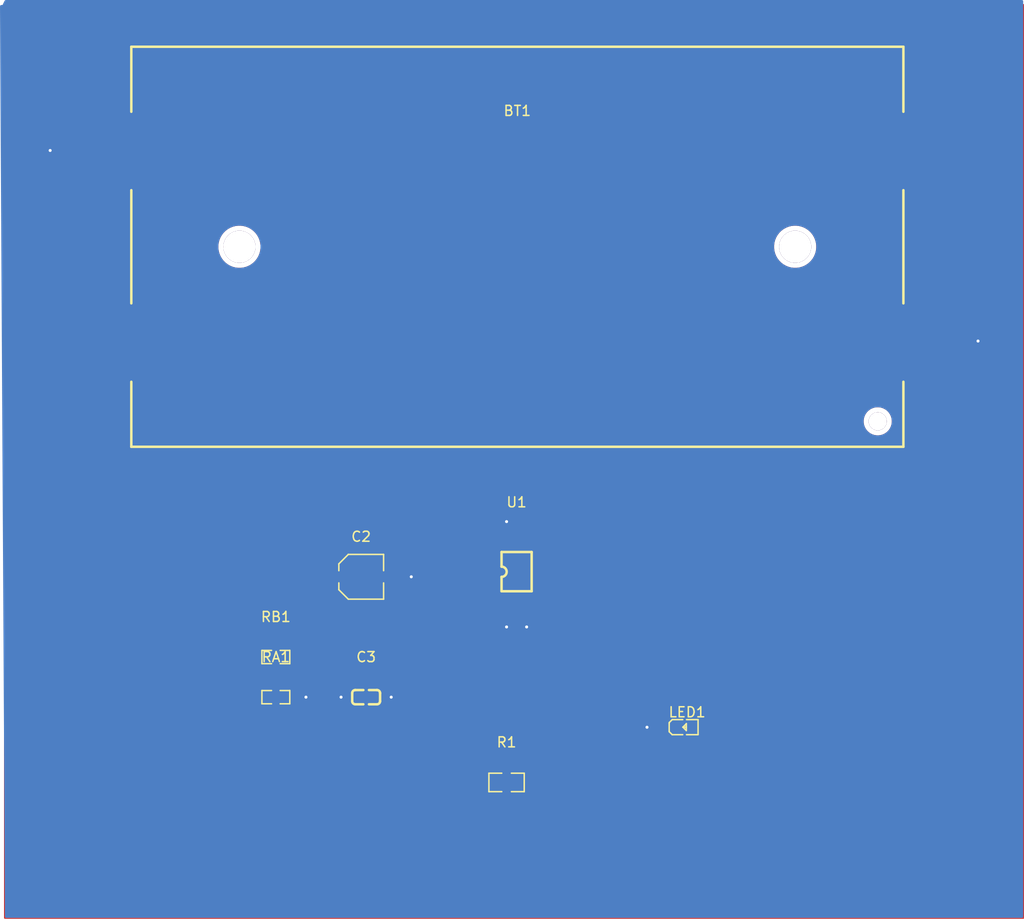
<source format=kicad_pcb>
(kicad_pcb (version 20241229) (generator "pcbnew") (generator_version "9.0")
  (layers (0 "F.Cu" signal) (2 "B.Cu" signal) (13 "F.Paste" user) (15 "B.Paste" user) (5 "F.SilkS" user "F.Silkscreen") (7 "B.SilkS" user "B.Silkscreen") (1 "F.Mask" user) (3 "B.Mask" user) (25 "Edge.Cuts" user))
  (net 0 "")
  (net 1 "Net-(BT1-Pad2)")
  (net 2 "GND")
  (net 3 "VCC")
  (net 4 "Net-(U1-THRES)")
  (net 5 "Net-(LED1-A)")
  (net 6 "Output")
  (net 7 "Net-(U1-DISCH)")
  (footprint "easyeda2kicad:R0603" (layer "F.Cu") (at 115 100)
    (property "Reference" "RA1" (at 0 -4 0) (layer "F.SilkS"))
    (property "Value" "CR167001F")
    (fp_line (start -1.39 -0.66) (end -0.43 -0.66) (stroke (width 0.15)) (layer "F.SilkS"))
    (fp_line (start -1.39 0.66) (end -1.39 -0.66) (stroke (width 0.15)) (layer "F.SilkS"))
    (fp_line (start -0.43 0.66) (end -1.39 0.66) (stroke (width 0.15)) (layer "F.SilkS"))
    (fp_line (start 0.43 0.66) (end 1.39 0.66) (stroke (width 0.15)) (layer "F.SilkS"))
    (fp_line (start 1.39 -0.66) (end 0.43 -0.66) (stroke (width 0.15)) (layer "F.SilkS"))
    (fp_line (start 1.39 0.66) (end 1.39 -0.66) (stroke (width 0.15)) (layer "F.SilkS"))
    (pad "1" smd rect (at -0.75 0) (size 0.81 0.86) (layers "F.Cu" "F.Mask" "F.Paste") (net 7 "Net-(U1-DISCH)"))
    (pad "2" smd rect (at 0.75 0) (size 0.81 0.86) (layers "F.Cu" "F.Mask" "F.Paste") (net 3 "VCC"))
  )
  (footprint "easyeda2kicad:R0805" (layer "F.Cu") (at 138 108.5)
    (property "Reference" "R1" (at 0 -4 0) (layer "F.SilkS"))
    (property "Value" "RT0805BRD07320RL")
    (fp_line (start -1.76 -0.92) (end -0.48 -0.92) (stroke (width 0.15)) (layer "F.SilkS"))
    (fp_line (start -1.76 0.92) (end -1.76 -0.92) (stroke (width 0.15)) (layer "F.SilkS"))
    (fp_line (start -0.48 0.92) (end -1.76 0.92) (stroke (width 0.15)) (layer "F.SilkS"))
    (fp_line (start 0.48 0.92) (end 1.76 0.92) (stroke (width 0.15)) (layer "F.SilkS"))
    (fp_line (start 1.76 -0.92) (end 0.48 -0.92) (stroke (width 0.15)) (layer "F.SilkS"))
    (fp_line (start 1.76 0.92) (end 1.76 -0.92) (stroke (width 0.15)) (layer "F.SilkS"))
    (pad "1" smd rect (at -1 0) (size 1.13 1.38) (layers "F.Cu" "F.Mask" "F.Paste") (net 6 "Output"))
    (pad "2" smd rect (at 1 0) (size 1.13 1.38) (layers "F.Cu" "F.Mask" "F.Paste") (net 5 "Net-(LED1-A)"))
  )
  (footprint "easyeda2kicad:R0603" (layer "F.Cu") (at 115 96)
    (property "Reference" "RB1" (at 0 -4 0) (layer "F.SilkS"))
    (property "Value" "FRC0603F3601TS")
    (fp_line (start -1.39 -0.66) (end -0.43 -0.66) (stroke (width 0.15)) (layer "F.SilkS"))
    (fp_line (start -1.39 0.66) (end -1.39 -0.66) (stroke (width 0.15)) (layer "F.SilkS"))
    (fp_line (start -0.43 0.66) (end -1.39 0.66) (stroke (width 0.15)) (layer "F.SilkS"))
    (fp_line (start 0.43 0.66) (end 1.39 0.66) (stroke (width 0.15)) (layer "F.SilkS"))
    (fp_line (start 1.39 -0.66) (end 0.43 -0.66) (stroke (width 0.15)) (layer "F.SilkS"))
    (fp_line (start 1.39 0.66) (end 1.39 -0.66) (stroke (width 0.15)) (layer "F.SilkS"))
    (pad "1" smd rect (at -0.75 0) (size 0.81 0.86) (layers "F.Cu" "F.Mask" "F.Paste") (net 4 "Net-(U1-THRES)"))
    (pad "2" smd rect (at 0.75 0) (size 0.81 0.86) (layers "F.Cu" "F.Mask" "F.Paste") (net 7 "Net-(U1-DISCH)"))
  )
  (footprint "easyeda2kicad:BAT-SMD_BH-18650-B1BA007" (layer "F.Cu") (at 139.07 55.1)
    (property "Reference" "BT1" (at 0 -13.55 0) (layer "F.SilkS"))
    (property "Value" "BH-18650-B1BA007")
    (fp_line (start -38.48 -19.94) (end 38.49 -19.94) (stroke (width 0.25)) (layer "F.SilkS"))
    (fp_line (start -38.48 -13.46) (end -38.48 -19.94) (stroke (width 0.25)) (layer "F.SilkS"))
    (fp_line (start -38.48 5.64) (end -38.48 -5.64) (stroke (width 0.25)) (layer "F.SilkS"))
    (fp_line (start -38.48 19.94) (end -38.48 13.46) (stroke (width 0.25)) (layer "F.SilkS"))
    (fp_line (start 38.49 -19.94) (end 38.49 -13.46) (stroke (width 0.25)) (layer "F.SilkS"))
    (fp_line (start 38.49 -5.64) (end 38.49 5.64) (stroke (width 0.25)) (layer "F.SilkS"))
    (fp_line (start 38.49 13.46) (end 38.49 19.94) (stroke (width 0.25)) (layer "F.SilkS"))
    (fp_line (start 38.49 19.94) (end -38.48 19.94) (stroke (width 0.25)) (layer "F.SilkS"))
    (pad "" thru_hole circle (at -27.7 0) (size 3.2 3.2) (drill 3.2) (layers "*.Cu" "*.Mask"))
    (pad "" thru_hole circle (at 27.7 0) (size 3.2 3.2) (drill 3.2) (layers "*.Cu" "*.Mask"))
    (pad "" thru_hole circle (at 35.93 17.4) (size 1.8 1.8) (drill 1.8) (layers "*.Cu" "*.Mask"))
    (pad "1" smd rect (at -40.85 -9.55) (size 5.32 7.35) (layers "F.Cu" "F.Mask" "F.Paste") (net 2 "GND"))
    (pad "2" smd rect (at 40.85 -9.55) (size 5.32 7.35) (layers "F.Cu" "F.Mask" "F.Paste") (net 1 "Net-(BT1-Pad2)"))
    (pad "3" smd rect (at -40.85 9.55) (size 5.32 7.35) (layers "F.Cu" "F.Mask" "F.Paste") (net 1 "Net-(BT1-Pad2)"))
    (pad "4" smd rect (at 40.85 9.55) (size 5.32 7.35) (layers "F.Cu" "F.Mask" "F.Paste") (net 3 "VCC"))
  )
  (footprint "easyeda2kicad:TSSOP-8_L4.4-W3.0-P0.65-LS6.4-BL" (layer "F.Cu") (at 139 87.5)
    (property "Reference" "U1" (at 0 -6.93 0) (layer "F.SilkS"))
    (property "Value" "NE555PWR")
    (fp_line (start -1.5 -1.97) (end 1.5 -1.97) (stroke (width 0.25)) (layer "F.SilkS"))
    (fp_line (start -1.5 -0.51) (end -1.5 -1.97) (stroke (width 0.25)) (layer "F.SilkS"))
    (fp_line (start -1.5 0.51) (end -1.5 1.94) (stroke (width 0.25)) (layer "F.SilkS"))
    (fp_line (start -1.5 1.94) (end 1.5 1.94) (stroke (width 0.25)) (layer "F.SilkS"))
    (fp_line (start 1.5 -1.97) (end 1.5 1.94) (stroke (width 0.25)) (layer "F.SilkS"))
    (fp_arc (start -1.5 -0.51) (mid -0.99 0) (end -1.5 0.51) (stroke (width 0.25)) (layer "F.SilkS"))
    (pad "1" smd oval (at -0.98 2.93) (size 0.35 1.45) (layers "F.Cu" "F.Mask" "F.Paste") (net 2 "GND"))
    (pad "2" smd oval (at -0.32 2.93) (size 0.35 1.45) (layers "F.Cu" "F.Mask" "F.Paste") (net 4 "Net-(U1-THRES)"))
    (pad "3" smd oval (at 0.33 2.93) (size 0.35 1.45) (layers "F.Cu" "F.Mask" "F.Paste") (net 6 "Output"))
    (pad "4" smd oval (at 0.98 2.93) (size 0.35 1.45) (layers "F.Cu" "F.Mask" "F.Paste") (net 3 "VCC"))
    (pad "5" smd oval (at 0.98 -2.93) (size 0.35 1.45) (layers "F.Cu" "F.Mask" "F.Paste"))
    (pad "6" smd oval (at 0.33 -2.93) (size 0.35 1.45) (layers "F.Cu" "F.Mask" "F.Paste") (net 4 "Net-(U1-THRES)"))
    (pad "7" smd oval (at -0.32 -2.93) (size 0.35 1.45) (layers "F.Cu" "F.Mask" "F.Paste") (net 7 "Net-(U1-DISCH)"))
    (pad "8" smd oval (at -0.98 -2.93) (size 0.35 1.45) (layers "F.Cu" "F.Mask" "F.Paste") (net 3 "VCC"))
  )
  (footprint "easyeda2kicad:CAP-SMD_BD4.0-L4.3-W4.3-LS5.0-FD" (layer "F.Cu") (at 123.5 88)
    (property "Reference" "C2" (at 0 -4 0) (layer "F.SilkS"))
    (property "Value" "225RV0060")
    (fp_line (start -2.22 -1.29) (end -2.22 -0.61) (stroke (width 0.15)) (layer "F.SilkS"))
    (fp_line (start -2.22 1.29) (end -2.22 0.61) (stroke (width 0.15)) (layer "F.SilkS"))
    (fp_line (start -1.28 -2.23) (end -2.22 -1.29) (stroke (width 0.15)) (layer "F.SilkS"))
    (fp_line (start -1.28 2.23) (end -2.22 1.29) (stroke (width 0.15)) (layer "F.SilkS"))
    (fp_line (start 2.24 -2.23) (end -1.28 -2.23) (stroke (width 0.15)) (layer "F.SilkS"))
    (fp_line (start 2.24 -0.61) (end 2.24 -2.23) (stroke (width 0.15)) (layer "F.SilkS"))
    (fp_line (start 2.24 0.61) (end 2.24 2.23) (stroke (width 0.15)) (layer "F.SilkS"))
    (fp_line (start 2.24 2.23) (end -1.28 2.23) (stroke (width 0.15)) (layer "F.SilkS"))
    (pad "1" smd rect (at -1.66 0) (size 2.8 1.1) (layers "F.Cu" "F.Mask" "F.Paste") (net 4 "Net-(U1-THRES)"))
    (pad "2" smd rect (at 1.66 0) (size 2.8 1.1) (layers "F.Cu" "F.Mask" "F.Paste") (net 2 "GND"))
  )
  (footprint "easyeda2kicad:C0603" (layer "F.Cu") (at 124 100)
    (property "Reference" "C3" (at 0 -4 0) (layer "F.SilkS"))
    (property "Value" "CL10C100JB8NNNC")
    (fp_line (start -1.39 0.4) (end -1.39 -0.4) (stroke (width 0.25)) (layer "F.SilkS"))
    (fp_line (start -0.28 -0.71) (end -1.08 -0.71) (stroke (width 0.25)) (layer "F.SilkS"))
    (fp_line (start -0.28 0.71) (end -1.08 0.71) (stroke (width 0.25)) (layer "F.SilkS"))
    (fp_line (start 0.28 -0.71) (end 1.08 -0.71) (stroke (width 0.25)) (layer "F.SilkS"))
    (fp_line (start 0.28 0.71) (end 1.08 0.71) (stroke (width 0.25)) (layer "F.SilkS"))
    (fp_line (start 1.39 -0.4) (end 1.39 0.4) (stroke (width 0.25)) (layer "F.SilkS"))
    (fp_arc (start -1.39 -0.4) (mid -1.299203 -0.619203) (end -1.08 -0.71) (stroke (width 0.25)) (layer "F.SilkS"))
    (fp_arc (start -1.08 0.71) (mid -1.299203 0.619203) (end -1.39 0.4) (stroke (width 0.25)) (layer "F.SilkS"))
    (fp_arc (start 1.08 -0.71) (mid 1.299203 -0.619203) (end 1.39 -0.4) (stroke (width 0.25)) (layer "F.SilkS"))
    (fp_arc (start 1.39 0.4) (mid 1.299203 0.619203) (end 1.08 0.71) (stroke (width 0.25)) (layer "F.SilkS"))
    (pad "1" smd rect (at -0.7 0) (size 0.8 0.9) (layers "F.Cu" "F.Mask" "F.Paste") (net 3 "VCC"))
    (pad "2" smd rect (at 0.7 0) (size 0.8 0.9) (layers "F.Cu" "F.Mask" "F.Paste") (net 2 "GND"))
  )
  (footprint "easyeda2kicad:LED0603-RD_RED" (layer "F.Cu") (at 155.7 103)
    (property "Reference" "LED1" (at 0.3 -1.5 0) (layer "F.SilkS"))
    (property "Value" "XL-1608SURC-06")
    (fp_line (start -1.49 -0.46) (end -1.19 -0.76) (stroke (width 0.15)) (layer "F.SilkS"))
    (fp_line (start -1.49 -0.36) (end -1.49 -0.46) (stroke (width 0.15)) (layer "F.SilkS"))
    (fp_line (start -1.49 -0.36) (end -1.49 0.34) (stroke (width 0.15)) (layer "F.SilkS"))
    (fp_line (start -1.49 0.34) (end -1.49 0.44) (stroke (width 0.15)) (layer "F.SilkS"))
    (fp_line (start -1.49 0.44) (end -1.19 0.74) (stroke (width 0.15)) (layer "F.SilkS"))
    (fp_line (start -0.14 -0.76) (end -1.19 -0.76) (stroke (width 0.15)) (layer "F.SilkS"))
    (fp_line (start -0.14 0.74) (end -1.19 0.74) (stroke (width 0.15)) (layer "F.SilkS"))
    (fp_line (start 0.21 0.32) (end -0.12 -0.01) (stroke (width 0.15)) (layer "F.SilkS"))
    (fp_line (start 0.22 -0.36) (end 0.22 -0.35) (stroke (width 0.15)) (layer "F.SilkS"))
    (fp_line (start 0.22 -0.36) (end 0.22 0.32) (stroke (width 0.15)) (layer "F.SilkS"))
    (fp_line (start 0.22 -0.35) (end -0.12 -0.01) (stroke (width 0.15)) (layer "F.SilkS"))
    (fp_line (start 0.22 -0.01) (end -0.12 -0.01) (stroke (width 0.15)) (layer "F.SilkS"))
    (fp_line (start 0.22 0.32) (end 0.21 0.32) (stroke (width 0.15)) (layer "F.SilkS"))
    (fp_line (start 0.24 -0.76) (end 1.39 -0.76) (stroke (width 0.15)) (layer "F.SilkS"))
    (fp_line (start 0.24 0.74) (end 1.39 0.74) (stroke (width 0.15)) (layer "F.SilkS"))
    (fp_line (start 1.39 -0.76) (end 1.39 0.72) (stroke (width 0.15)) (layer "F.SilkS"))
    (pad "1" smd rect (at -0.8 0 90) (size 0.8 0.8) (layers "F.Cu" "F.Mask" "F.Paste") (net 2 "GND"))
    (pad "2" smd rect (at 0.8 0 90) (size 0.8 0.8) (layers "F.Cu" "F.Mask" "F.Paste") (net 5 "Net-(LED1-A)"))
  )
  (gr_rect (start 88 31) (end 189.5 122) (stroke (width 0.2)) (fill no) (layer "F.Cu"))
  (segment (start 98.22 64.65) (end 160.82 64.65) (width 0.2) (layer "F.Cu") (net 1))
  (segment (start 160.82 64.65) (end 179.92 45.55) (width 0.2) (layer "F.Cu") (net 1))
  (segment (start 138.02 90.43) (end 138.02 92.98) (width 0.2) (layer "F.Cu") (net 2))
  (segment (start 126.5 100) (end 124.7 100) (width 0.2) (layer "F.Cu") (net 2))
  (segment (start 92.55 45.55) (end 98.22 45.55) (width 0.2) (layer "F.Cu") (net 2))
  (segment (start 128.5 88) (end 125.16 88) (width 0.2) (layer "F.Cu") (net 2))
  (segment (start 92.5 45.5) (end 92.55 45.55) (width 0.2) (layer "F.Cu") (net 2))
  (segment (start 138.02 92.98) (end 138 93) (width 0.2) (layer "F.Cu") (net 2))
  (segment (start 152 103) (end 154.9 103) (width 0.2) (layer "F.Cu") (net 2))
  (via (at 128.5 88) (size 0.6) (drill 0.3) (layers "F.Cu" "B.Cu") (net 2))
  (via (at 152 103) (size 0.6) (drill 0.3) (layers "F.Cu" "B.Cu") (net 2))
  (via (at 138 93) (size 0.6) (drill 0.3) (layers "F.Cu" "B.Cu") (net 2))
  (via (at 92.5 45.5) (size 0.6) (drill 0.3) (layers "F.Cu" "B.Cu") (net 2))
  (via (at 126.5 100) (size 0.6) (drill 0.3) (layers "F.Cu" "B.Cu") (net 2))
  (segment (start 184.85 64.65) (end 185 64.5) (width 0.2) (layer "F.Cu") (net 3))
  (segment (start 179.92 64.65) (end 184.85 64.65) (width 0.2) (layer "F.Cu") (net 3))
  (segment (start 123.3 100) (end 121.5 100) (width 0.2) (layer "F.Cu") (net 3))
  (segment (start 138 82.5) (end 138 83) (width 0.2) (layer "F.Cu") (net 3))
  (segment (start 138 83) (end 138.02 83.02) (width 0.2) (layer "F.Cu") (net 3))
  (segment (start 118 100) (end 115.75 100) (width 0.2) (layer "F.Cu") (net 3))
  (segment (start 139.98 91.98) (end 139.98 90.43) (width 0.2) (layer "F.Cu") (net 3))
  (segment (start 140 93) (end 140 92) (width 0.2) (layer "F.Cu") (net 3))
  (segment (start 138.02 83.02) (end 138.02 84.57) (width 0.2) (layer "F.Cu") (net 3))
  (segment (start 140 92) (end 139.98 91.98) (width 0.2) (layer "F.Cu") (net 3))
  (via (at 140 93) (size 0.6) (drill 0.3) (layers "F.Cu" "B.Cu") (net 3))
  (via (at 121.5 100) (size 0.6) (drill 0.3) (layers "F.Cu" "B.Cu") (net 3))
  (via (at 138 82.5) (size 0.6) (drill 0.3) (layers "F.Cu" "B.Cu") (net 3))
  (via (at 185 64.5) (size 0.6) (drill 0.3) (layers "F.Cu" "B.Cu") (net 3))
  (via (at 118 100) (size 0.6) (drill 0.3) (layers "F.Cu" "B.Cu") (net 3))
  (segment (start 114.25 91.25) (end 117.5 88) (width 0.2) (layer "F.Cu") (net 4))
  (segment (start 117.5 88) (end 121.84 88) (width 0.2) (layer "F.Cu") (net 4))
  (segment (start 139.33 89.206834) (end 138.68 89.856834) (width 0.2) (layer "F.Cu") (net 4))
  (segment (start 138.68 89.856834) (end 138.68 90.43) (width 0.2) (layer "F.Cu") (net 4))
  (segment (start 138.68 95.32) (end 138.68 90.43) (width 0.2) (layer "F.Cu") (net 4))
  (segment (start 121.84 89.34) (end 129 96.5) (width 0.2) (layer "F.Cu") (net 4))
  (segment (start 139.33 84.57) (end 139.33 89.206834) (width 0.2) (layer "F.Cu") (net 4))
  (segment (start 129 96.5) (end 137.5 96.5) (width 0.2) (layer "F.Cu") (net 4))
  (segment (start 137.5 96.5) (end 138.68 95.32) (width 0.2) (layer "F.Cu") (net 4))
  (segment (start 121.84 88) (end 121.84 89.34) (width 0.2) (layer "F.Cu") (net 4))
  (segment (start 114.25 96) (end 114.25 91.25) (width 0.2) (layer "F.Cu") (net 4))
  (segment (start 139 108.5) (end 151 108.5) (width 0.2) (layer "F.Cu") (net 5))
  (segment (start 151 108.5) (end 156.5 103) (width 0.2) (layer "F.Cu") (net 5))
  (segment (start 139.33 90.43) (end 139.33 104.17) (width 0.2) (layer "F.Cu") (net 6))
  (segment (start 137 106.5) (end 137 108.5) (width 0.2) (layer "F.Cu") (net 6))
  (segment (start 139.33 104.17) (end 137 106.5) (width 0.2) (layer "F.Cu") (net 6))
  (segment (start 115.75 97.25) (end 114.25 98.75) (width 0.2) (layer "F.Cu") (net 7))
  (segment (start 138.68 80.68) (end 138.68 84.57) (width 0.2) (layer "F.Cu") (net 7))
  (segment (start 115.75 96) (end 115.019 96.731) (width 0.2) (layer "F.Cu") (net 7))
  (segment (start 113.544 91.3889) (end 125.9329 79) (width 0.2) (layer "F.Cu") (net 7))
  (segment (start 115.019 96.731) (end 113.544 96.731) (width 0.2) (layer "F.Cu") (net 7))
  (segment (start 125.9329 79) (end 137 79) (width 0.2) (layer "F.Cu") (net 7))
  (segment (start 115.75 96) (end 115.75 97.25) (width 0.2) (layer "F.Cu") (net 7))
  (segment (start 114.25 98.75) (end 114.25 100) (width 0.2) (layer "F.Cu") (net 7))
  (segment (start 113.544 96.731) (end 113.544 91.3889) (width 0.2) (layer "F.Cu") (net 7))
  (segment (start 137 79) (end 138.68 80.68) (width 0.2) (layer "F.Cu") (net 7))
  (zone (net 3) (net_name "VCC") (layer "F.Cu") (connect_pads (clearance 0.5)) (min_thickness 0.25) (fill yes (thermal_gap 0.5) (thermal_bridge_width 0.5))
    (polygon (pts (xy 88 31) (xy 189.5 31) (xy 189.5 122) (xy 88 122)))
  )
  (zone (net 2) (net_name "GND") (layer "B.Cu") (priority 1) (connect_pads (clearance 0.5)) (min_thickness 0.25) (fill yes (thermal_gap 0.5) (thermal_bridge_width 0.5))
    (polygon (pts (xy 88.5 31) (xy 87.5 31) (xy 88 122) (xy 189.5 122) (xy 189.5 30.5) (xy 88 30.5) (xy 87.5 31.5)))
  )
)
</source>
